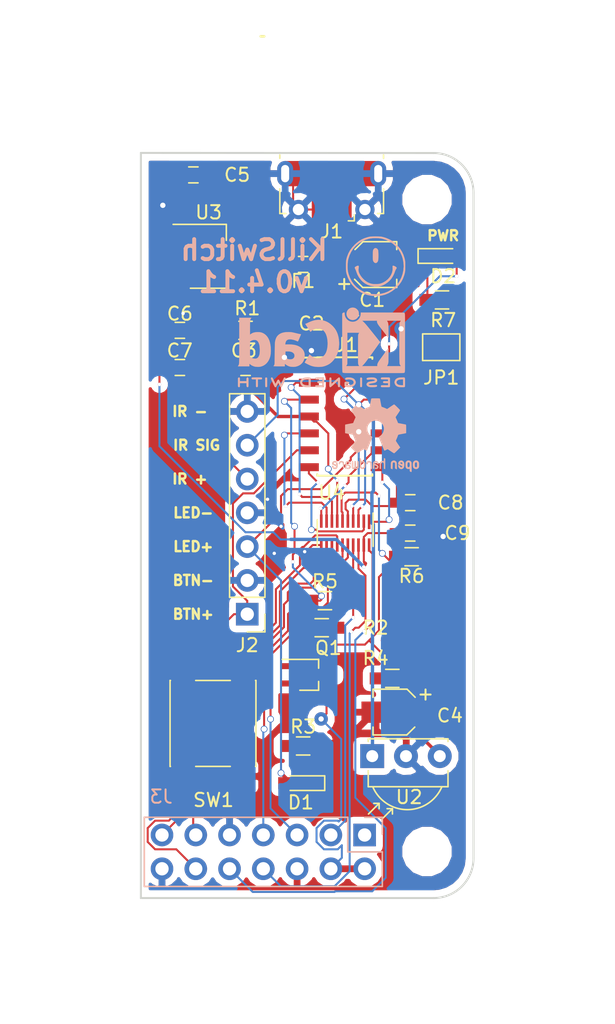
<source format=kicad_pcb>
(kicad_pcb (version 20171130) (host pcbnew 5.0.2-bee76a0~70~ubuntu14.04.1)
  (title_block (title "KillSwitch on ATTiny84") (date 2019-03-17) (rev 0.4.11) (company "Dana Hynes") (comment 1 "Copyright (c) 2019 ") (comment 2 "All rights reserved") (comment 3 "Licensed under the WTFPL v2"))
  (layers (0 F.Cu signal hide) (31 B.Cu signal hide) (34 B.Paste user) (35 F.Paste user) (36 B.SilkS user) (37 F.SilkS user) (38 B.Mask user) (39 F.Mask user) (44 Edge.Cuts user))
  (net 0 "")
  (net 1 GND)
  (net 2 "Net-(D1-Pad1)")
  (net 3 +5V)
  (net 4 "Net-(Q1-Pad1)")
  (net 5 "Net-(C1-Pad1)")
  (net 6 VOUT)
  (net 7 LED)
  (net 8 BTN)
  (net 9 "Net-(C4-Pad1)")
  (net 10 "Net-(R5-Pad1)")
  (net 11 RST_A)
  (net 12 +3V3)
  (net 13 FB_P)
  (net 14 TR_P)
  (net 15 RST_P)
  (net 16 RX_P)
  (net 17 TX_P)
  (net 18 MOSI_P)
  (net 19 MISO_P)
  (net 20 SCK_P)
  (net 21 "Net-(R6-Pad2)")
  (net 22 MISO_A)
  (net 23 MOSI_A)
  (net 24 RX_A)
  (net 25 TX_A)
  (net 26 SCK_A)
  (net 27 TR_A)
  (net 28 FB_A)
  (net 29 IR)
  (net 30 "Net-(D2-Pad1)")
  (net 31 "Net-(JP1-Pad1)")
  (module Jumper:SolderJumper-2_P1.3mm_Bridged2Bar_Pad1.0x1.5mm (layer F.Cu) (at 157.572 83.598 180)
    (fp_text reference JP1 (at 0 -2.286 180) (layer F.SilkS))
    (fp_text value Jumper_NO_Small)
    (pad 1 smd rect (at -0.65 0 180) (size 1 1.5) (layers F.Cu F.Mask) (net 31 "Net-(JP1-Pad1)"))
    (pad 2 smd rect (at 0.65 0 180) (size 1 1.5) (layers F.Cu F.Mask) (net 1 GND))
  )
  (module Housings_SON:USON-20_2x4mm_Pitch0.4mm (layer F.Cu) (at 150.348 97.568 270)
    (fp_text reference U4 (at -3.048 1.016) (layer F.SilkS))
    (fp_text value TXB0108DQSR)
    (pad 20 smd rect (at 0.9 -1.8 180) (size 0.2 1) (layers F.Cu F.Paste F.Mask) (net 17 TX_P))
    (pad 19 smd rect (at 0.9 -1.4 180) (size 0.2 1) (layers F.Cu F.Paste F.Mask) (net 12 +3V3))
    (pad 18 smd rect (at 0.9 -1 180) (size 0.2 1) (layers F.Cu F.Paste F.Mask) (net 16 RX_P))
    (pad 17 smd rect (at 0.9 -0.6 180) (size 0.2 1) (layers F.Cu F.Paste F.Mask) (net 13 FB_P))
    (pad 16 smd rect (at 0.9 -0.2 180) (size 0.2 1) (layers F.Cu F.Paste F.Mask) (net 14 TR_P))
    (pad 15 smd rect (at 0.9 0.2 180) (size 0.2 1) (layers F.Cu F.Paste F.Mask) (net 15 RST_P))
    (pad 14 smd rect (at 0.9 0.6 180) (size 0.2 1) (layers F.Cu F.Paste F.Mask) (net 19 MISO_P))
    (pad 13 smd rect (at 0.9 1 180) (size 0.2 1) (layers F.Cu F.Paste F.Mask) (net 18 MOSI_P))
    (pad 12 smd rect (at 0.9 1.4 180) (size 0.2 1) (layers F.Cu F.Paste F.Mask) (net 20 SCK_P))
    (pad 11 smd rect (at 0.9 1.8 180) (size 0.2 1) (layers F.Cu F.Paste F.Mask) (net 1 GND))
    (pad 10 smd rect (at -0.9 1.8 180) (size 0.2 1) (layers F.Cu F.Paste F.Mask) (net 26 SCK_A))
    (pad 9 smd rect (at -0.9 1.4 180) (size 0.2 1) (layers F.Cu F.Paste F.Mask) (net 23 MOSI_A))
    (pad 8 smd rect (at -0.9 1 180) (size 0.2 1) (layers F.Cu F.Paste F.Mask) (net 22 MISO_A))
    (pad 7 smd rect (at -0.9 0.6 180) (size 0.2 1) (layers F.Cu F.Paste F.Mask) (net 11 RST_A))
    (pad 6 smd rect (at -0.9 0.2 180) (size 0.2 1) (layers F.Cu F.Paste F.Mask) (net 21 "Net-(R6-Pad2)"))
    (pad 5 smd rect (at -0.9 -0.2 180) (size 0.2 1) (layers F.Cu F.Paste F.Mask) (net 3 +5V))
    (pad 4 smd rect (at -0.9 -0.6 180) (size 0.2 1) (layers F.Cu F.Paste F.Mask) (net 27 TR_A))
    (pad 3 smd rect (at -0.9 -1 180) (size 0.2 1) (layers F.Cu F.Paste F.Mask) (net 28 FB_A))
    (pad 2 smd rect (at -0.9 -1.4 180) (size 0.2 1) (layers F.Cu F.Paste F.Mask) (net 24 RX_A))
    (pad 1 smd rect (at -0.85 -1.8 180) (size 0.2 1.1) (layers F.Cu F.Paste F.Mask) (net 25 TX_A))
  )
  (module Housings_SOIC:SOIC-14_3.9x8.7mm_Pitch1.27mm (layer F.Cu) (at 150.315 88.805)
    (fp_text reference U1 (at 0 -5.375) (layer F.SilkS))
    (fp_text value ATTINY84-20SSU)
    (pad 14 smd rect (at 2.7 -3.81) (size 1.5 0.6) (layers F.Cu F.Paste F.Mask) (net 3 +5V))
    (pad 13 smd rect (at 2.7 -2.54) (size 1.5 0.6) (layers F.Cu F.Paste F.Mask) (net 28 FB_A))
    (pad 12 smd rect (at 2.7 -1.27) (size 1.5 0.6) (layers F.Cu F.Paste F.Mask) (net 29 IR))
    (pad 11 smd rect (at 2.7 0) (size 1.5 0.6) (layers F.Cu F.Paste F.Mask) (net 27 TR_A))
    (pad 10 smd rect (at 2.7 1.27) (size 1.5 0.6) (layers F.Cu F.Paste F.Mask) (net 7 LED))
    (pad 9 smd rect (at 2.7 2.54) (size 1.5 0.6) (layers F.Cu F.Paste F.Mask) (net 26 SCK_A))
    (pad 8 smd rect (at 2.7 3.81) (size 1.5 0.6) (layers F.Cu F.Paste F.Mask) (net 25 TX_A))
    (pad 7 smd rect (at -2.7 3.81) (size 1.5 0.6) (layers F.Cu F.Paste F.Mask) (net 24 RX_A))
    (pad 6 smd rect (at -2.7 2.54) (size 1.5 0.6) (layers F.Cu F.Paste F.Mask) (net 8 BTN))
    (pad 5 smd rect (at -2.7 1.27) (size 1.5 0.6) (layers F.Cu F.Paste F.Mask) (net 23 MOSI_A))
    (pad 4 smd rect (at -2.7 0) (size 1.5 0.6) (layers F.Cu F.Paste F.Mask) (net 11 RST_A))
    (pad 3 smd rect (at -2.7 -1.27) (size 1.5 0.6) (layers F.Cu F.Paste F.Mask) (net 10 "Net-(R5-Pad1)"))
    (pad 2 smd rect (at -2.7 -2.54) (size 1.5 0.6) (layers F.Cu F.Paste F.Mask) (net 22 MISO_A))
    (pad 1 smd rect (at -2.7 -3.81) (size 1.5 0.6) (layers F.Cu F.Paste F.Mask) (net 1 GND))
  )
  (module Mounting_Holes:MountingHole_2.7mm (layer F.Cu) (at 156.5 72.5)
    (fp_text reference "" (at 0 -3.7) (layer F.SilkS))
    (fp_text value MountingHole_2.7mm)
    (pad 1 np_thru_hole circle (at 0 0) (size 2.7 2.7) (drill 2.7) (layers *.Cu *.Mask))
  )
  (module Mounting_Holes:MountingHole_2.7mm (layer F.Cu) (at 156.5 121.5)
    (fp_text reference "" (at 0 -3.7) (layer F.SilkS))
    (fp_text value MountingHole_2.7mm)
    (pad 1 np_thru_hole circle (at 0 0) (size 2.7 2.7) (drill 2.7) (layers *.Cu *.Mask))
  )
  (module Buttons_Switches_SMD:SW_SPST_PTS645 (layer F.Cu) (at 140.406 111.876 270)
    (fp_text reference SW1 (at 5.758 -0.036) (layer F.SilkS))
    (fp_text value SW_Push)
    (pad 2 smd rect (at 3.98 2.25 270) (size 1.55 1.3) (layers F.Cu F.Paste F.Mask) (net 8 BTN))
    (pad 1 smd rect (at 3.98 -2.25 270) (size 1.55 1.3) (layers F.Cu F.Paste F.Mask) (net 1 GND))
    (pad 1 smd rect (at -3.98 -2.25 270) (size 1.55 1.3) (layers F.Cu F.Paste F.Mask) (net 1 GND))
    (pad 2 smd rect (at -3.98 2.25 270) (size 1.55 1.3) (layers F.Cu F.Paste F.Mask) (net 8 BTN))
  )
  (module Socket_Strips:Socket_Strip_Straight_2x07_Pitch2.54mm (layer B.Cu) (at 151.81 120.26 90)
    (fp_text reference J3 (at 2.88 -15.305 180) (layer B.SilkS) (effects (justify mirror)))
    (fp_text value PI)
    (pad 14 thru_hole oval (at -2.54 -15.24 90) (size 1.7 1.7) (drill 1) (layers *.Cu *.Mask) (net 1 GND))
    (pad 13 thru_hole oval (at 0 -15.24 90) (size 1.7 1.7) (drill 1) (layers *.Cu *.Mask) (net 20 SCK_P))
    (pad 12 thru_hole oval (at -2.54 -12.7 90) (size 1.7 1.7) (drill 1) (layers *.Cu *.Mask) (net 19 MISO_P))
    (pad 11 thru_hole oval (at 0 -12.7 90) (size 1.7 1.7) (drill 1) (layers *.Cu *.Mask) (net 18 MOSI_P))
    (pad 10 thru_hole oval (at -2.54 -10.16 90) (size 1.7 1.7) (drill 1) (layers *.Cu *.Mask) (net 17 TX_P))
    (pad 9 thru_hole oval (at 0 -10.16 90) (size 1.7 1.7) (drill 1) (layers *.Cu *.Mask) (net 1 GND))
    (pad 8 thru_hole oval (at -2.54 -7.62 90) (size 1.7 1.7) (drill 1) (layers *.Cu *.Mask) (net 16 RX_P))
    (pad 7 thru_hole oval (at 0 -7.62 90) (size 1.7 1.7) (drill 1) (layers *.Cu *.Mask) (net 15 RST_P))
    (pad 6 thru_hole oval (at -2.54 -5.08 90) (size 1.7 1.7) (drill 1) (layers *.Cu *.Mask) (net 1 GND))
    (pad 5 thru_hole oval (at 0 -5.08 90) (size 1.7 1.7) (drill 1) (layers *.Cu *.Mask) (net 14 TR_P))
    (pad 4 thru_hole oval (at -2.54 -2.54 90) (size 1.7 1.7) (drill 1) (layers *.Cu *.Mask) (net 6 VOUT))
    (pad 3 thru_hole oval (at 0 -2.54 90) (size 1.7 1.7) (drill 1) (layers *.Cu *.Mask) (net 13 FB_P))
    (pad 2 thru_hole oval (at -2.54 0 90) (size 1.7 1.7) (drill 1) (layers *.Cu *.Mask) (net 6 VOUT))
    (pad 1 thru_hole rect (at 0 0 90) (size 1.7 1.7) (drill 1) (layers *.Cu *.Mask))
  )
  (module TO_SOT_Packages_SMD:SOT-323_SC-70_Handsoldering (layer F.Cu) (at 147.614 108.221)
    (fp_text reference Q1 (at 1.464 -2.017) (layer F.SilkS))
    (fp_text value Q_PMOS_GSD)
    (pad 3 smd rect (at 1.33 0 270) (size 0.45 1.5) (layers F.Cu F.Paste F.Mask) (net 6 VOUT))
    (pad 2 smd rect (at -1.33 0.65 270) (size 0.45 1.5) (layers F.Cu F.Paste F.Mask) (net 3 +5V))
    (pad 1 smd rect (at -1.33 -0.65 270) (size 0.45 1.5) (layers F.Cu F.Paste F.Mask) (net 4 "Net-(Q1-Pad1)"))
  )
  (module TO_SOT_Packages_SMD:SOT-89-3_Handsoldering (layer F.Cu) (at 139.628 76.764)
    (fp_text reference U3 (at 0.45 -3.3) (layer F.SilkS))
    (fp_text value AZ1117-3.3)
    (pad 2 smd trapezoid (at -0.37 0 90) (size 1.5 0.75) (rect_delta 0 0.5) (layers F.Cu F.Paste F.Mask) (net 12 +3V3))
    (pad 2 smd rect (at 1.98 0 270) (size 2 4) (layers F.Cu F.Paste F.Mask) (net 12 +3V3))
    (pad 3 smd rect (at -1.98 1.5 270) (size 1 2.5) (layers F.Cu F.Paste F.Mask) (net 3 +5V))
    (pad 2 smd rect (at -1.98 0 270) (size 1 2.5) (layers F.Cu F.Paste F.Mask) (net 12 +3V3))
    (pad 1 smd rect (at -1.98 -1.5 270) (size 1 2.5) (layers F.Cu F.Paste F.Mask) (net 1 GND))
  )
  (module Capacitors_SMD:CP_Elec_3x5.3 (layer F.Cu) (at 152.495 77.375)
    (fp_text reference C1 (at -0.115 2.667) (layer F.SilkS))
    (fp_text value 10uF)
    (fp_text user + (at -2.22 1.4) (layer F.SilkS))
    (pad 1 smd rect (at -1.5 0) (size 2.2 1.6) (layers F.Cu F.Paste F.Mask) (net 5 "Net-(C1-Pad1)"))
    (pad 2 smd rect (at 1.5 0) (size 2.2 1.6) (layers F.Cu F.Paste F.Mask) (net 1 GND))
  )
  (module Capacitors_SMD:C_0603_HandSoldering (layer F.Cu) (at 150.995 81.82)
    (fp_text reference C2 (at -3.187 0) (layer F.SilkS))
    (fp_text value 10nF)
    (pad 1 smd rect (at -0.95 0) (size 1.2 0.75) (layers F.Cu F.Paste F.Mask) (net 3 +5V))
    (pad 2 smd rect (at 0.95 0) (size 1.2 0.75) (layers F.Cu F.Paste F.Mask) (net 1 GND))
  )
  (module Capacitors_SMD:C_0603_HandSoldering (layer F.Cu) (at 142.855 85.122)
    (fp_text reference C3 (at -0.127 -1.27) (layer F.SilkS))
    (fp_text value 10nF)
    (pad 2 smd rect (at 0.95 0) (size 1.2 0.75) (layers F.Cu F.Paste F.Mask) (net 1 GND))
    (pad 1 smd rect (at -0.95 0) (size 1.2 0.75) (layers F.Cu F.Paste F.Mask) (net 11 RST_A))
  )
  (module Capacitors_SMD:CP_Elec_3x5.3 (layer F.Cu) (at 154.17 111.03 180)
    (fp_text reference C4 (at -4.052 -0.254 180) (layer F.SilkS))
    (fp_text value 100uf)
    (fp_text user + (at -2.22 1.4 180) (layer F.SilkS))
    (pad 2 smd rect (at 1.5 0 180) (size 2.2 1.6) (layers F.Cu F.Paste F.Mask) (net 1 GND))
    (pad 1 smd rect (at -1.5 0 180) (size 2.2 1.6) (layers F.Cu F.Paste F.Mask) (net 9 "Net-(C4-Pad1)"))
  )
  (module Capacitors_SMD:C_0603_HandSoldering (layer F.Cu) (at 138.93 70.644 180)
    (fp_text reference C5 (at -3.29 0 180) (layer F.SilkS))
    (fp_text value 10uF)
    (pad 2 smd rect (at 0.95 0 180) (size 1.2 0.75) (layers F.Cu F.Paste F.Mask) (net 1 GND))
    (pad 1 smd rect (at -0.95 0 180) (size 1.2 0.75) (layers F.Cu F.Paste F.Mask) (net 3 +5V))
  )
  (module Capacitors_SMD:C_0603_HandSoldering (layer F.Cu) (at 137.914 82.328)
    (fp_text reference C6 (at 0 -1.25) (layer F.SilkS))
    (fp_text value 22uF)
    (pad 1 smd rect (at -0.95 0) (size 1.2 0.75) (layers F.Cu F.Paste F.Mask) (net 12 +3V3))
    (pad 2 smd rect (at 0.95 0) (size 1.2 0.75) (layers F.Cu F.Paste F.Mask) (net 1 GND))
  )
  (module Capacitors_SMD:C_0603_HandSoldering (layer F.Cu) (at 137.914 85.122)
    (fp_text reference C7 (at -0.012 -1.27) (layer F.SilkS))
    (fp_text value 0.1uF)
    (pad 2 smd rect (at 0.95 0) (size 1.2 0.75) (layers F.Cu F.Paste F.Mask) (net 1 GND))
    (pad 1 smd rect (at -0.95 0) (size 1.2 0.75) (layers F.Cu F.Paste F.Mask) (net 12 +3V3))
  )
  (module Capacitors_SMD:C_0603_HandSoldering (layer F.Cu) (at 155.24 95.282)
    (fp_text reference C8 (at 3.036 0) (layer F.SilkS))
    (fp_text value 0.1uf)
    (pad 1 smd rect (at -0.95 0) (size 1.2 0.75) (layers F.Cu F.Paste F.Mask) (net 3 +5V))
    (pad 2 smd rect (at 0.95 0) (size 1.2 0.75) (layers F.Cu F.Paste F.Mask) (net 1 GND))
  )
  (module Capacitors_SMD:C_0603_HandSoldering (layer F.Cu) (at 155.24 97.568)
    (fp_text reference C9 (at 3.556 0) (layer F.SilkS))
    (fp_text value 0.1uF)
    (pad 2 smd rect (at 0.95 0) (size 1.2 0.75) (layers F.Cu F.Paste F.Mask) (net 1 GND))
    (pad 1 smd rect (at -0.95 0) (size 1.2 0.75) (layers F.Cu F.Paste F.Mask) (net 12 +3V3))
  )
  (module LEDs:LED_0603_HandSoldering (layer F.Cu) (at 147.008 116.364 180)
    (fp_text reference D1 (at 0 -1.45 180) (layer F.SilkS))
    (fp_text value LED)
    (pad 1 smd rect (at -1.1 0 180) (size 1.2 0.9) (layers F.Cu F.Paste F.Mask) (net 2 "Net-(D1-Pad1)"))
    (pad 2 smd rect (at 1.1 0 180) (size 1.2 0.9) (layers F.Cu F.Paste F.Mask) (net 7 LED))
  )
  (module Capacitors_SMD:C_0603_HandSoldering (layer F.Cu) (at 147.185 77.375 180)
    (fp_text reference F1 (at 0 -1.25 180) (layer F.SilkS))
    (fp_text value 1A)
    (pad 1 smd rect (at -0.95 0 180) (size 1.2 0.75) (layers F.Cu F.Paste F.Mask) (net 5 "Net-(C1-Pad1)"))
    (pad 2 smd rect (at 0.95 0 180) (size 1.2 0.75) (layers F.Cu F.Paste F.Mask) (net 3 +5V))
  )
  (module Resistors_SMD:R_0603_HandSoldering (layer F.Cu) (at 142.855 82.328 180)
    (fp_text reference R1 (at -0.127 1.651 180) (layer F.SilkS))
    (fp_text value 4.7K)
    (pad 2 smd rect (at 1.1 0 180) (size 1.2 0.9) (layers F.Cu F.Paste F.Mask) (net 11 RST_A))
    (pad 1 smd rect (at -1.1 0 180) (size 1.2 0.9) (layers F.Cu F.Paste F.Mask) (net 3 +5V))
  )
  (module Resistors_SMD:R_0603_HandSoldering (layer F.Cu) (at 148.582 104.68)
    (fp_text reference R2 (at 4.052 0) (layer F.SilkS))
    (fp_text value 50K)
    (pad 2 smd rect (at 1.1 0) (size 1.2 0.9) (layers F.Cu F.Paste F.Mask) (net 4 "Net-(Q1-Pad1)"))
    (pad 1 smd rect (at -1.1 0) (size 1.2 0.9) (layers F.Cu F.Paste F.Mask) (net 3 +5V))
  )
  (module Resistors_SMD:R_0603_HandSoldering (layer F.Cu) (at 147.185 113.57)
    (fp_text reference R3 (at 0 -1.45) (layer F.SilkS))
    (fp_text value 1K)
    (pad 2 smd rect (at 1.1 0) (size 1.2 0.9) (layers F.Cu F.Paste F.Mask) (net 1 GND))
    (pad 1 smd rect (at -1.1 0) (size 1.2 0.9) (layers F.Cu F.Paste F.Mask) (net 2 "Net-(D1-Pad1)"))
  )
  (module Resistors_SMD:R_0603_HandSoldering (layer F.Cu) (at 153.892 108.49 180)
    (fp_text reference R4 (at 1.258 1.524 180) (layer F.SilkS))
    (fp_text value 100)
    (pad 1 smd rect (at -1.1 0 180) (size 1.2 0.9) (layers F.Cu F.Paste F.Mask) (net 3 +5V))
    (pad 2 smd rect (at 1.1 0 180) (size 1.2 0.9) (layers F.Cu F.Paste F.Mask) (net 9 "Net-(C4-Pad1)"))
  )
  (module Resistors_SMD:R_0603_HandSoldering (layer F.Cu) (at 148.824 102.648)
    (fp_text reference R5 (at 0 -1.45) (layer F.SilkS))
    (fp_text value 1K)
    (pad 1 smd rect (at -1.1 0) (size 1.2 0.9) (layers F.Cu F.Paste F.Mask) (net 10 "Net-(R5-Pad1)"))
    (pad 2 smd rect (at 1.1 0) (size 1.2 0.9) (layers F.Cu F.Paste F.Mask) (net 4 "Net-(Q1-Pad1)"))
  )
  (module Resistors_SMD:R_0603_HandSoldering (layer F.Cu) (at 155.344 99.346 180)
    (fp_text reference R6 (at 0 -1.45 180) (layer F.SilkS))
    (fp_text value 10k)
    (pad 1 smd rect (at -1.1 0 180) (size 1.2 0.9) (layers F.Cu F.Paste F.Mask) (net 3 +5V))
    (pad 2 smd rect (at 1.1 0 180) (size 1.2 0.9) (layers F.Cu F.Paste F.Mask) (net 21 "Net-(R6-Pad2)"))
  )
  (module Connectors_USB:USB_Micro-B_Molex-105017-0001 (layer F.Cu) (at 149.332 70.898 180)
    (fp_text reference J1 (at 0 -4 180) (layer F.SilkS))
    (fp_text value PWR_IN)
    (pad 6 smd rect (at 1 0.35 180) (size 1.5 1.9) (layers F.Cu F.Paste F.Mask) (net 1 GND))
    (pad 6 thru_hole circle (at -2.5 -2.35 180) (size 1.45 1.45) (drill 0.85) (layers *.Cu *.Mask) (net 1 GND))
    (pad 2 smd rect (at -0.65 -2.35 180) (size 0.4 1.35) (layers F.Cu F.Paste F.Mask))
    (pad 1 smd rect (at -1.3 -2.35 180) (size 0.4 1.35) (layers F.Cu F.Paste F.Mask) (net 5 "Net-(C1-Pad1)"))
    (pad 5 smd rect (at 1.3 -2.35 180) (size 0.4 1.35) (layers F.Cu F.Paste F.Mask) (net 1 GND))
    (pad 4 smd rect (at 0.65 -2.35 180) (size 0.4 1.35) (layers F.Cu F.Paste F.Mask) (net 1 GND))
    (pad 3 smd rect (at 0 -2.35 180) (size 0.4 1.35) (layers F.Cu F.Paste F.Mask))
    (pad 6 thru_hole circle (at 2.5 -2.35 180) (size 1.45 1.45) (drill 0.85) (layers *.Cu *.Mask) (net 1 GND))
    (pad 6 smd rect (at -1 0.35 180) (size 1.5 1.9) (layers F.Cu F.Paste F.Mask) (net 1 GND))
    (pad 6 thru_hole oval (at -3.5 0.35) (size 1.2 1.9) (drill oval 0.6 1.3) (layers *.Cu *.Mask) (net 1 GND))
    (pad 6 thru_hole oval (at 3.5 0.35 180) (size 1.2 1.9) (drill oval 0.6 1.3) (layers *.Cu *.Mask) (net 1 GND))
    (pad 6 smd rect (at 2.9 0.35 180) (size 1.2 1.9) (layers F.Cu F.Mask) (net 1 GND))
    (pad 6 smd rect (at -2.9 0.35 180) (size 1.2 1.9) (layers F.Cu F.Mask) (net 1 GND))
  )
  (module Opto-Devices:IRReceiver_Vishay_MOLD-3pin (layer F.Cu) (at 152.38 114.332)
    (fp_text reference U2 (at 2.774 3.08 180) (layer F.SilkS))
    (fp_text value TSDP341xx)
    (pad 3 thru_hole circle (at 5.08 0) (size 1.8 1.8) (drill 0.9) (layers *.Cu *.Mask) (net 9 "Net-(C4-Pad1)"))
    (pad 2 thru_hole circle (at 2.54 0) (size 1.8 1.8) (drill 0.9) (layers *.Cu *.Mask) (net 1 GND))
    (pad 1 thru_hole rect (at 0 0) (size 1.8 1.8) (drill 0.9) (layers *.Cu *.Mask) (net 29 IR))
  )
  (module Pin_Headers:Pin_Header_Straight_1x07_Pitch2.54mm (layer F.Cu) (at 142.982 103.664 180)
    (fp_text reference J2 (at 0 -2.33 180) (layer F.SilkS))
    (fp_text value REMOTE)
    (pad 1 thru_hole rect (at 0 0 180) (size 1.7 1.7) (drill 1) (layers *.Cu *.Mask) (net 8 BTN))
    (pad 2 thru_hole oval (at 0 2.54 180) (size 1.7 1.7) (drill 1) (layers *.Cu *.Mask) (net 1 GND))
    (pad 3 thru_hole oval (at 0 5.08 180) (size 1.7 1.7) (drill 1) (layers *.Cu *.Mask) (net 7 LED))
    (pad 4 thru_hole oval (at 0 7.62 180) (size 1.7 1.7) (drill 1) (layers *.Cu *.Mask) (net 1 GND))
    (pad 5 thru_hole oval (at 0 10.16 180) (size 1.7 1.7) (drill 1) (layers *.Cu *.Mask) (net 3 +5V))
    (pad 6 thru_hole oval (at 0 12.7 180) (size 1.7 1.7) (drill 1) (layers *.Cu *.Mask) (net 29 IR))
    (pad 7 thru_hole oval (at 0 15.24 180) (size 1.7 1.7) (drill 1) (layers *.Cu *.Mask) (net 1 GND))
  )
  (module LEDs:LED_0603_HandSoldering (layer F.Cu) (at 157.63 76.74)
    (fp_text reference D2 (at 0.084 1.524 -180) (layer F.SilkS))
    (fp_text value LED)
    (pad 1 smd rect (at -1.1 0) (size 1.2 0.9) (layers F.Cu F.Paste F.Mask) (net 30 "Net-(D2-Pad1)"))
    (pad 2 smd rect (at 1.1 0) (size 1.2 0.9) (layers F.Cu F.Paste F.Mask) (net 3 +5V))
  )
  (module Resistors_SMD:R_0603_HandSoldering (layer F.Cu) (at 157.63 80.042)
    (fp_text reference R7 (at 0.084 1.524 -180) (layer F.SilkS))
    (fp_text value 1K)
    (pad 1 smd rect (at -1.1 0) (size 1.2 0.9) (layers F.Cu F.Paste F.Mask) (net 30 "Net-(D2-Pad1)"))
    (pad 2 smd rect (at 1.1 0) (size 1.2 0.9) (layers F.Cu F.Paste F.Mask) (net 31 "Net-(JP1-Pad1)"))
  )
  (module Symbols:KiCad-Logo2_6mm_SilkScreen (layer B.Cu) (at 148.57 83.598 180)
    (fp_text reference REF*** hide)
    (fp_text value KiCad-Logo2_6mm_SilkScreen hide)
  )
  (module Symbols:OSHW-Logo2_7.3x6mm_SilkScreen (layer B.Cu) (at 152.634 90.202 180)
    (fp_text reference REF*** hide)
    (fp_text value OSHW-Logo2_7.3x6mm_SilkScreen hide)
  )
  (module DH_Logo:DH_Logo (layer B.Cu) (at 152.634 77.502 180)
    (fp_text reference "" hide)
    (fp_text value "" hide)
  )
  (gr_line (start 144.252 60.23) (end 143.998 60.23) (layer F.SilkS) (width 0.2))
  (gr_text PWR (at 157.714 75.216) (layer F.SilkS) (effects (font (size 0.75 0.75) (thickness 0.1875))))
  (gr_text "IR +" (at 138.664 93.504) (layer F.SilkS) (effects (font (size 0.75 0.75) (thickness 0.1875))))
  (gr_text "IR SIG" (at 139.172 90.964) (layer F.SilkS) (effects (font (size 0.75 0.75) (thickness 0.1875))))
  (gr_text "IR -" (at 138.664 88.424) (layer F.SilkS) (effects (font (size 0.75 0.75) (thickness 0.1875))))
  (gr_text "KillSwitch\nv0.4.11" (at 143.49 77.502) (layer B.SilkS) (effects (font (size 1.5 1.5) (thickness 0.3)) (justify mirror)))
  (gr_text BTN- (at 138.918 101.124) (layer F.SilkS) (effects (font (size 0.75 0.75) (thickness 0.1875))))
  (gr_line (start 134.981 125) (end 134.981 68.993) (layer Edge.Cuts) (width 0.15))
  (gr_line (start 140.315 125) (end 134.981 125) (layer Edge.Cuts) (width 0.15))
  (gr_text BTN+ (at 138.918 103.664) (layer F.SilkS) (effects (font (size 0.75 0.75) (thickness 0.1875))))
  (gr_text LED+ (at 138.918 98.584) (layer F.SilkS) (effects (font (size 0.75 0.75) (thickness 0.1875))))
  (gr_text LED- (at 138.918 96.044) (layer F.SilkS) (effects (font (size 0.75 0.75) (thickness 0.1875))))
  (gr_arc (start 157 72) (end 157 69) (angle 90) (layer Edge.Cuts) (width 0.15))
  (gr_arc (start 157 122) (end 160 122) (angle 90) (layer Edge.Cuts) (width 0.15))
  (gr_line (start 157 125) (end 140.35 125) (angle 90) (layer Edge.Cuts) (width 0.15))
  (gr_line (start 160 72) (end 160 122) (angle 90) (layer Edge.Cuts) (width 0.15))
  (gr_line (start 134.981 68.993) (end 157 69) (angle 90) (layer Edge.Cuts) (width 0.15))
  (segment (start 155.936 95.536) (end 155.936 97.302) (width 0.508) (layer F.Cu) (net 1))
  (segment (start 138.18 70.644) (end 138.18 71.527) (width 0.508) (layer F.Cu) (net 1))
  (segment (start 137.648 72.059) (end 138.18 71.527) (width 0.508) (layer F.Cu) (net 1))
  (segment (start 153.245 80.32) (end 153.245 77.375) (width 0.508) (layer F.Cu) (net 1))
  (segment (start 153.42 111.507208) (end 153.42 111.03) (width 0.508) (layer F.Cu) (net 1))
  (segment (start 154.94 113.027208) (end 153.42 111.507208) (width 0.508) (layer F.Cu) (net 1))
  (segment (start 154.94 114.3) (end 154.94 113.027208) (width 0.508) (layer F.Cu) (net 1))
  (segment (start 142.656 115.856) (end 142.656 107.896) (width 0.508) (layer F.Cu) (net 1))
  (segment (start 136.886 73.184) (end 136.632 72.93) (width 0.508) (layer F.Cu) (net 1))
  (segment (start 137.648 73.184) (end 136.886 73.184) (width 0.508) (layer F.Cu) (net 1))
  (via (at 136.632 72.93) (size 1.016) (drill 0.4) (layers F.Cu B.Cu) (net 1))
  (segment (start 137.648 75.264) (end 137.648 73.184) (width 0.508) (layer F.Cu) (net 1))
  (segment (start 137.648 73.184) (end 137.648 72.059) (width 0.508) (layer F.Cu) (net 1))
  (segment (start 151.745 81.82) (end 153.015 80.55) (width 0.508) (layer F.Cu) (net 1))
  (segment (start 153.015 80.55) (end 153.245 80.32) (width 0.508) (layer F.Cu) (net 1))
  (segment (start 147.615 84.045) (end 147.808 83.852) (width 0.254) (layer F.Cu) (net 1))
  (via (at 147.808 83.852) (size 1.016) (drill 0.4) (layers F.Cu B.Cu) (net 1))
  (segment (start 147.615 84.995) (end 147.615 84.045) (width 0.254) (layer F.Cu) (net 1))
  (via (at 145.776 84.36) (size 1.016) (drill 0.4) (layers F.Cu B.Cu) (net 1))
  (segment (start 145.776 84.995) (end 145.776 84.36) (width 0.254) (layer F.Cu) (net 1))
  (segment (start 147.615 84.995) (end 145.776 84.995) (width 0.508) (layer F.Cu) (net 1))
  (segment (start 145.776 84.995) (end 143.605 84.995) (width 0.508) (layer F.Cu) (net 1))
  (segment (start 156.698 97.568) (end 156.952 97.822) (width 0.254) (layer F.Cu) (net 1))
  (via (at 157.714 97.822) (size 1.016) (drill 0.4) (layers F.Cu B.Cu) (net 1))
  (segment (start 147.903366 98.468) (end 147.543683 98.827683) (width 0.15) (layer F.Cu) (net 1))
  (segment (start 148.548 98.468) (end 147.903366 98.468) (width 0.15) (layer F.Cu) (net 1))
  (segment (start 147.935 113.57) (end 147.935 113.37) (width 0.508) (layer F.Cu) (net 1))
  (segment (start 145.521 112.104) (end 142.402 115.223) (width 0.508) (layer F.Cu) (net 1))
  (segment (start 142.656 115.731) (end 142.656 115.856) (width 0.508) (layer F.Cu) (net 1))
  (segment (start 152.512 111.03) (end 150.172 113.37) (width 0.508) (layer F.Cu) (net 1))
  (segment (start 153.42 111.03) (end 152.512 111.03) (width 0.508) (layer F.Cu) (net 1))
  (segment (start 150.172 113.37) (end 147.935 113.37) (width 0.508) (layer F.Cu) (net 1))
  (segment (start 138.664 82.328) (end 138.664 85.122) (width 0.15) (layer F.Cu) (net 1))
  (segment (start 146.432 70.548) (end 148.332 70.548) (width 0.15) (layer F.Cu) (net 1))
  (segment (start 148.332 70.548) (end 150.332 70.548) (width 0.15) (layer F.Cu) (net 1))
  (segment (start 150.332 70.548) (end 152.232 70.548) (width 0.15) (layer F.Cu) (net 1))
  (segment (start 146.432 72.848) (end 146.832 73.248) (width 0.15) (layer F.Cu) (net 1))
  (segment (start 146.432 70.548) (end 146.432 72.848) (width 0.15) (layer F.Cu) (net 1))
  (segment (start 146.832 73.248) (end 148.032 73.248) (width 0.15) (layer F.Cu) (net 1))
  (segment (start 148.032 73.248) (end 148.682 73.248) (width 0.15) (layer F.Cu) (net 1))
  (segment (start 147.535 113.57) (end 148.285 113.57) (width 0.15) (layer F.Cu) (net 1))
  (segment (start 146.069 112.104) (end 147.535 113.57) (width 0.15) (layer F.Cu) (net 1))
  (segment (start 145.521 112.104) (end 146.069 112.104) (width 0.15) (layer F.Cu) (net 1))
  (via (at 147.3 98.965) (size 0.255) (drill 0.254) (layers F.Cu B.Cu) (net 1))
  (segment (start 147.543683 98.827683) (end 147.437317 98.827683) (width 0.1524) (layer F.Cu) (net 1))
  (segment (start 147.437317 98.827683) (end 147.3 98.965) (width 0.1524) (layer F.Cu) (net 1))
  (segment (start 156.952 97.822) (end 157.714 97.822) (width 0.1524) (layer F.Cu) (net 1))
  (segment (start 156.922 83.598) (end 155.936 83.598) (width 0.1524) (layer F.Cu) (net 1))
  (segment (start 155.936 83.598) (end 154.551862 82.213862) (width 0.1524) (layer F.Cu) (net 1))
  (segment (start 153.015 80.55) (end 153.015 80.677) (width 0.254) (layer F.Cu) (net 1))
  (via (at 154.551862 82.213862) (size 1.016) (drill 0.4) (layers F.Cu B.Cu) (net 1))
  (segment (start 153.015 80.677) (end 154.551862 82.213862) (width 0.254) (layer F.Cu) (net 1))
  (via (at 145.014 99.092) (size 0.255) (drill 0.254) (layers F.Cu B.Cu) (net 1))
  (via (at 144.506 95.028) (size 0.255) (drill 0.254) (layers F.Cu B.Cu) (net 1))
  (via (at 145.522 97.06) (size 0.255) (drill 0.254) (layers F.Cu B.Cu) (net 1))
  (via (at 138.156 81.058) (size 0.255) (drill 0.254) (layers F.Cu B.Cu) (net 1))
  (segment (start 146.435 114.991) (end 147.808 116.364) (width 0.254) (layer F.Cu) (net 2))
  (segment (start 146.435 113.57) (end 146.435 114.991) (width 0.254) (layer F.Cu) (net 2))
  (segment (start 143.605 82.455) (end 143.605 80.18) (width 0.508) (layer F.Cu) (net 3))
  (segment (start 146.41 77.375) (end 146.435 77.375) (width 0.508) (layer F.Cu) (net 3))
  (segment (start 144.036999 75.001999) (end 146.41 77.375) (width 0.508) (layer F.Cu) (net 3))
  (segment (start 141.654999 75.001999) (end 144.036999 75.001999) (width 0.508) (layer F.Cu) (net 3))
  (segment (start 139.68 73.027) (end 141.654999 75.001999) (width 0.508) (layer F.Cu) (net 3))
  (segment (start 139.68 70.644) (end 139.68 73.027) (width 0.508) (layer F.Cu) (net 3))
  (segment (start 146.435 77.375) (end 146.435 78.865) (width 0.508) (layer F.Cu) (net 3))
  (segment (start 154.273 84.995) (end 154.527001 85.249001) (width 0.508) (layer F.Cu) (net 3))
  (segment (start 153.015 84.995) (end 154.273 84.995) (width 0.508) (layer F.Cu) (net 3))
  (segment (start 154.527001 85.249001) (end 154.527001 93.25) (width 0.508) (layer F.Cu) (net 3))
  (segment (start 149.39 81.82) (end 150.245 81.82) (width 0.254) (layer F.Cu) (net 3))
  (segment (start 146.435 78.865) (end 149.39 81.82) (width 0.254) (layer F.Cu) (net 3))
  (segment (start 150.245 82.449) (end 150.348 82.552) (width 0.254) (layer F.Cu) (net 3))
  (segment (start 150.245 81.82) (end 150.245 82.449) (width 0.254) (layer F.Cu) (net 3))
  (segment (start 152.565 84.995) (end 153.015 84.995) (width 0.254) (layer F.Cu) (net 3))
  (segment (start 150.348 82.778) (end 152.565 84.995) (width 0.254) (layer F.Cu) (net 3))
  (segment (start 150.348 82.552) (end 150.348 82.778) (width 0.254) (layer F.Cu) (net 3))
  (segment (start 157.928402 99.6) (end 157.968002 99.6396) (width 0.254) (layer F.Cu) (net 3))
  (segment (start 155.936 99.6) (end 157.928402 99.6) (width 0.254) (layer F.Cu) (net 3))
  (segment (start 157.968002 99.6396) (end 157.206 100.401602) (width 0.508) (layer F.Cu) (net 3))
  (segment (start 153.781844 107.278) (end 152.141844 105.638) (width 0.15) (layer F.Cu) (net 3))
  (segment (start 153.781844 107.278) (end 153.846 107.278) (width 0.15) (layer F.Cu) (net 3))
  (segment (start 154.642 108.29) (end 154.642 108.49) (width 0.15) (layer F.Cu) (net 3))
  (segment (start 153.846 107.494) (end 154.642 108.29) (width 0.15) (layer F.Cu) (net 3))
  (segment (start 153.846 107.278) (end 153.846 107.494) (width 0.15) (layer F.Cu) (net 3))
  (segment (start 154.236 93.541001) (end 154.527001 93.25) (width 0.15) (layer F.Cu) (net 3))
  (segment (start 154.236 95.536) (end 154.236 93.541001) (width 0.15) (layer F.Cu) (net 3))
  (segment (start 141.943 78.518) (end 143.605 80.18) (width 0.508) (layer F.Cu) (net 3))
  (segment (start 138.652 78.518) (end 141.943 78.518) (width 0.508) (layer F.Cu) (net 3))
  (segment (start 138.398 78.264) (end 138.652 78.518) (width 0.508) (layer F.Cu) (net 3))
  (segment (start 137.648 78.264) (end 138.398 78.264) (width 0.508) (layer F.Cu) (net 3))
  (segment (start 141.943 78.518) (end 145.268 78.518) (width 0.15) (layer F.Cu) (net 3))
  (segment (start 146.01 77.375) (end 146.235 77.375) (width 0.15) (layer F.Cu) (net 3))
  (segment (start 145.268 78.117) (end 146.01 77.375) (width 0.15) (layer F.Cu) (net 3))
  (segment (start 145.268 78.518) (end 145.268 78.117) (width 0.15) (layer F.Cu) (net 3))
  (segment (start 150.548 95.936924) (end 150.379398 95.768322) (width 0.15) (layer F.Cu) (net 3))
  (segment (start 152.375078 95.536) (end 154.236 95.536) (width 0.15) (layer F.Cu) (net 3))
  (segment (start 150.548 96.668) (end 150.548 95.936924) (width 0.15) (layer F.Cu) (net 3))
  (segment (start 150.379398 95.768322) (end 150.379398 95.303678) (width 0.15) (layer F.Cu) (net 3))
  (segment (start 150.379398 95.303678) (end 150.626078 95.056998) (width 0.15) (layer F.Cu) (net 3))
  (segment (start 150.626078 95.056998) (end 151.896076 95.056998) (width 0.15) (layer F.Cu) (net 3))
  (segment (start 151.896076 95.056998) (end 152.375078 95.536) (width 0.15) (layer F.Cu) (net 3))
  (segment (start 153.356398 100.401602) (end 157.206 100.401602) (width 0.15) (layer F.Cu) (net 3))
  (segment (start 152.888 100.87) (end 153.356398 100.401602) (width 0.15) (layer F.Cu) (net 3))
  (segment (start 152.888 104.891844) (end 152.888 100.87) (width 0.15) (layer F.Cu) (net 3))
  (segment (start 152.141844 105.638) (end 152.888 104.891844) (width 0.15) (layer F.Cu) (net 3))
  (segment (start 147.554 108.126) (end 147.554 105.558) (width 0.15) (layer F.Cu) (net 3))
  (segment (start 146.809 108.871) (end 147.554 108.126) (width 0.15) (layer F.Cu) (net 3))
  (segment (start 146.284 108.871) (end 146.809 108.871) (width 0.15) (layer F.Cu) (net 3))
  (segment (start 147.482 105.486) (end 147.482 104.68) (width 0.1524) (layer F.Cu) (net 3))
  (segment (start 147.554 105.558) (end 147.482 105.486) (width 0.1524) (layer F.Cu) (net 3))
  (segment (start 147.935 104.68) (end 147.482 104.68) (width 0.1524) (layer F.Cu) (net 3))
  (segment (start 149.205 105.95) (end 147.935 104.68) (width 0.1524) (layer F.Cu) (net 3))
  (segment (start 151.829844 105.95) (end 149.205 105.95) (width 0.1524) (layer F.Cu) (net 3))
  (segment (start 152.141844 105.638) (end 151.829844 105.95) (width 0.1524) (layer F.Cu) (net 3))
  (segment (start 137.648 78.9164) (end 139.7562 81.0246) (width 0.1524) (layer F.Cu) (net 3))
  (segment (start 137.648 78.264) (end 137.648 78.9164) (width 0.1524) (layer F.Cu) (net 3))
  (segment (start 158.984 98.623602) (end 157.968002 99.6396) (width 0.508) (layer F.Cu) (net 3))
  (segment (start 158.984 96.437398) (end 158.984 98.623602) (width 0.508) (layer F.Cu) (net 3))
  (segment (start 155.796602 93.25) (end 158.984 96.437398) (width 0.508) (layer F.Cu) (net 3))
  (segment (start 154.527001 93.25) (end 155.796602 93.25) (width 0.508) (layer F.Cu) (net 3))
  (segment (start 153.142 84.868) (end 153.015 84.995) (width 0.1524) (layer F.Cu) (net 3))
  (via (at 158.73 78.264) (size 0.255) (drill 0.254) (layers F.Cu B.Cu) (net 3))
  (segment (start 158.73 76.74) (end 158.73 78.264) (width 0.1524) (layer F.Cu) (net 3))
  (segment (start 158.73 78.264) (end 157.46 78.264) (width 0.1524) (layer B.Cu) (net 3))
  (via (at 153.65 83.344) (size 0.255) (drill 0.254) (layers F.Cu B.Cu) (net 3))
  (segment (start 153.65 82.074) (end 153.65 83.344) (width 0.1524) (layer B.Cu) (net 3))
  (segment (start 157.46 78.264) (end 153.65 82.074) (width 0.1524) (layer B.Cu) (net 3))
  (segment (start 153.65 84.36) (end 153.015 84.995) (width 0.1524) (layer F.Cu) (net 3))
  (segment (start 153.65 83.344) (end 153.65 84.36) (width 0.1524) (layer F.Cu) (net 3))
  (segment (start 139.7562 90.2782) (end 142.982 93.504) (width 0.1524) (layer F.Cu) (net 3))
  (segment (start 139.7562 81.0246) (end 139.7562 90.2782) (width 0.1524) (layer F.Cu) (net 3))
  (segment (start 149.574 104.438) (end 149.332 104.68) (width 0.254) (layer F.Cu) (net 4))
  (segment (start 149.682 102.89) (end 149.924 102.648) (width 0.15) (layer F.Cu) (net 4))
  (segment (start 149.682 104.68) (end 149.682 102.89) (width 0.15) (layer F.Cu) (net 4))
  (segment (start 146.700079 104.002599) (end 148.254599 104.002599) (width 0.15) (layer F.Cu) (net 4))
  (segment (start 146.654599 106.825401) (end 146.654599 104.048079) (width 0.15) (layer F.Cu) (net 4))
  (segment (start 146.284 107.196) (end 146.654599 106.825401) (width 0.15) (layer F.Cu) (net 4))
  (segment (start 146.284 107.571) (end 146.284 107.196) (width 0.15) (layer F.Cu) (net 4))
  (segment (start 148.254599 104.002599) (end 148.932 104.68) (width 0.15) (layer F.Cu) (net 4))
  (segment (start 148.932 104.68) (end 149.682 104.68) (width 0.15) (layer F.Cu) (net 4))
  (segment (start 146.654599 104.048079) (end 146.700079 104.002599) (width 0.15) (layer F.Cu) (net 4))
  (segment (start 151.745 77.375) (end 148.443 77.375) (width 0.508) (layer F.Cu) (net 5))
  (segment (start 148.443 77.375) (end 147.935 77.375) (width 0.508) (layer F.Cu) (net 5))
  (segment (start 150.995 76.425) (end 150.995 77.375) (width 0.15) (layer F.Cu) (net 5))
  (segment (start 150.632 76.062) (end 150.995 76.425) (width 0.15) (layer F.Cu) (net 5))
  (segment (start 150.632 73.248) (end 150.632 76.062) (width 0.15) (layer F.Cu) (net 5))
  (segment (start 149.27 122.8) (end 151.81 122.8) (width 0.508) (layer F.Cu) (net 6))
  (via (at 148.53699 111.538) (size 1.016) (drill 0.4) (layers F.Cu B.Cu) (net 6))
  (segment (start 148.944 111.13099) (end 148.53699 111.538) (width 0.15) (layer F.Cu) (net 6))
  (segment (start 148.944 108.221) (end 148.944 111.13099) (width 0.15) (layer F.Cu) (net 6))
  (segment (start 150.04559 113.0466) (end 148.53699 111.538) (width 0.15) (layer B.Cu) (net 6))
  (segment (start 150.04559 119.056738) (end 150.04559 113.0466) (width 0.15) (layer B.Cu) (net 6))
  (segment (start 149.27 122.8) (end 150.094 121.976) (width 0.15) (layer B.Cu) (net 6))
  (segment (start 149.787153 119.182599) (end 149.853441 119.248887) (width 0.15) (layer B.Cu) (net 6))
  (segment (start 150.094 121.976) (end 150.094 121.030554) (width 0.15) (layer B.Cu) (net 6))
  (segment (start 150.094 121.030554) (end 149.787153 121.337401) (width 0.15) (layer B.Cu) (net 6))
  (segment (start 148.752847 121.337401) (end 148.192599 120.777153) (width 0.15) (layer B.Cu) (net 6))
  (segment (start 149.787153 121.337401) (end 148.752847 121.337401) (width 0.15) (layer B.Cu) (net 6))
  (segment (start 148.192599 120.777153) (end 148.192599 119.742847) (width 0.15) (layer B.Cu) (net 6))
  (segment (start 148.192599 119.742847) (end 148.752847 119.182599) (width 0.15) (layer B.Cu) (net 6))
  (segment (start 148.752847 119.182599) (end 149.787153 119.182599) (width 0.15) (layer B.Cu) (net 6))
  (segment (start 149.853441 119.248887) (end 150.04559 119.056738) (width 0.15) (layer B.Cu) (net 6))
  (via (at 145.522 115.602) (size 0.508) (drill 0.4) (layers F.Cu B.Cu) (net 7))
  (segment (start 146.208 116.288) (end 145.522 115.602) (width 0.254) (layer F.Cu) (net 7))
  (segment (start 146.208 116.364) (end 146.208 116.288) (width 0.254) (layer F.Cu) (net 7))
  (segment (start 153.015 90.075) (end 152.565 90.075) (width 0.1524) (layer F.Cu) (net 7))
  (segment (start 152.565 90.075) (end 150.766399 91.873601) (width 0.1524) (layer F.Cu) (net 7))
  (segment (start 145.522 101.124) (end 142.982 98.584) (width 0.1524) (layer B.Cu) (net 7))
  (segment (start 145.522 115.602) (end 145.522 101.124) (width 0.1524) (layer B.Cu) (net 7))
  (segment (start 150.766399 91.873601) (end 150.766399 92.069601) (width 0.1524) (layer F.Cu) (net 7))
  (segment (start 150.766399 92.069601) (end 148.57 94.266) (width 0.1524) (layer F.Cu) (net 7))
  (segment (start 148.57 94.266) (end 146.03 94.266) (width 0.1524) (layer F.Cu) (net 7))
  (segment (start 146.03 94.266) (end 145.522 94.774) (width 0.1524) (layer F.Cu) (net 7))
  (segment (start 145.522 96.044) (end 142.982 98.584) (width 0.1524) (layer F.Cu) (net 7))
  (segment (start 145.522 94.774) (end 145.522 96.044) (width 0.1524) (layer F.Cu) (net 7))
  (segment (start 138.156 107.896) (end 138.156 115.856) (width 0.254) (layer F.Cu) (net 8))
  (segment (start 141.9796 103.664) (end 142.982 103.664) (width 0.1524) (layer F.Cu) (net 8))
  (segment (start 138.156 107.4876) (end 141.9796 103.664) (width 0.1524) (layer F.Cu) (net 8))
  (segment (start 138.156 107.896) (end 138.156 107.4876) (width 0.1524) (layer F.Cu) (net 8))
  (segment (start 142.982 102.6616) (end 142.982 103.664) (width 0.1524) (layer F.Cu) (net 8))
  (segment (start 141.903399 101.582999) (end 142.982 102.6616) (width 0.1524) (layer F.Cu) (net 8))
  (segment (start 141.903399 95.344601) (end 141.903399 101.582999) (width 0.1524) (layer F.Cu) (net 8))
  (segment (start 142.665399 94.582601) (end 141.903399 95.344601) (width 0.1524) (layer F.Cu) (net 8))
  (segment (start 146.7126 91.345) (end 143.474999 94.582601) (width 0.1524) (layer F.Cu) (net 8))
  (segment (start 143.474999 94.582601) (end 142.665399 94.582601) (width 0.1524) (layer F.Cu) (net 8))
  (segment (start 147.615 91.345) (end 146.7126 91.345) (width 0.1524) (layer F.Cu) (net 8))
  (segment (start 154.92 111.74) (end 154.92 111.03) (width 0.254) (layer F.Cu) (net 9))
  (segment (start 157.48 114.3) (end 154.92 111.74) (width 0.254) (layer F.Cu) (net 9))
  (segment (start 154.895 111.03) (end 154.92 111.03) (width 0.15) (layer F.Cu) (net 9))
  (segment (start 153.142 109.277) (end 154.895 111.03) (width 0.15) (layer F.Cu) (net 9))
  (segment (start 153.142 108.49) (end 153.142 109.277) (width 0.15) (layer F.Cu) (net 9))
  (segment (start 148.065 87.535) (end 148.192 87.662) (width 0.15) (layer F.Cu) (net 10))
  (segment (start 147.615 87.535) (end 148.065 87.535) (width 0.15) (layer F.Cu) (net 10))
  (via (at 145.776 87.662) (size 0.508) (drill 0.4) (layers F.Cu B.Cu) (net 10))
  (segment (start 145.903 87.535) (end 145.776 87.662) (width 0.15) (layer F.Cu) (net 10))
  (segment (start 147.615 87.535) (end 145.903 87.535) (width 0.15) (layer F.Cu) (net 10))
  (segment (start 145.776 87.662) (end 146.284 88.17) (width 0.15) (layer B.Cu) (net 10))
  (via (at 146.538 97.06) (size 0.508) (drill 0.4) (layers F.Cu B.Cu) (net 10))
  (segment (start 146.284 96.806) (end 146.538 97.06) (width 0.15) (layer B.Cu) (net 10))
  (segment (start 146.284 88.17) (end 146.284 96.806) (width 0.15) (layer B.Cu) (net 10))
  (segment (start 148.074 102.648) (end 148.474 102.648) (width 0.15) (layer F.Cu) (net 10))
  (segment (start 148.474 102.648) (end 148.562881 102.559119) (width 0.15) (layer F.Cu) (net 10))
  (via (at 148.562881 102.296488) (size 0.508) (drill 0.4) (layers F.Cu B.Cu) (net 10))
  (segment (start 148.562881 102.559119) (end 148.562881 102.296488) (width 0.15) (layer F.Cu) (net 10))
  (segment (start 146.538 97.06) (end 146.538 99.056245) (width 0.15) (layer F.Cu) (net 10))
  (via (at 146.411 99.727002) (size 0.255) (drill 0.254) (layers F.Cu B.Cu) (net 10))
  (segment (start 146.411 100.144607) (end 146.411 99.727002) (width 0.15) (layer B.Cu) (net 10))
  (segment (start 148.562881 102.296488) (end 146.411 100.144607) (width 0.15) (layer B.Cu) (net 10))
  (segment (start 146.411 99.183245) (end 146.411 99.727002) (width 0.1524) (layer F.Cu) (net 10))
  (segment (start 146.538 99.056245) (end 146.411 99.183245) (width 0.1524) (layer F.Cu) (net 10))
  (segment (start 142.105 85.624) (end 142.105 84.995) (width 0.254) (layer F.Cu) (net 11))
  (segment (start 145.286 88.805) (end 142.105 85.624) (width 0.254) (layer F.Cu) (net 11))
  (segment (start 147.615 88.805) (end 145.286 88.805) (width 0.254) (layer F.Cu) (net 11))
  (segment (start 142.105 84.995) (end 142.105 82.455) (width 0.254) (layer F.Cu) (net 11))
  (via (at 149.078 92.742) (size 0.508) (drill 0.4) (layers F.Cu B.Cu) (net 11))
  (segment (start 147.996 89.186) (end 147.615 88.805) (width 0.15) (layer F.Cu) (net 11))
  (via (at 149.748 93.591616) (size 0.255) (drill 0.254) (layers F.Cu B.Cu) (net 11))
  (segment (start 149.748 96.668) (end 149.748 93.591616) (width 0.15) (layer F.Cu) (net 11))
  (segment (start 148.187482 89.186) (end 149.078 90.076518) (width 0.1524) (layer F.Cu) (net 11))
  (segment (start 147.996 89.186) (end 148.187482 89.186) (width 0.1524) (layer F.Cu) (net 11))
  (segment (start 149.078 90.076518) (end 149.078 91.472) (width 0.1524) (layer F.Cu) (net 11))
  (segment (start 149.078 91.472) (end 149.078 92.742) (width 0.1524) (layer F.Cu) (net 11))
  (segment (start 149.078 92.921616) (end 149.748 93.591616) (width 0.1524) (layer B.Cu) (net 11))
  (segment (start 149.078 92.742) (end 149.078 92.921616) (width 0.1524) (layer B.Cu) (net 11))
  (segment (start 137.648 76.764) (end 141.608 76.764) (width 0.254) (layer F.Cu) (net 12))
  (segment (start 135.762999 77.145001) (end 135.762999 79.427999) (width 0.254) (layer F.Cu) (net 12))
  (segment (start 136.144 76.764) (end 135.762999 77.145001) (width 0.254) (layer F.Cu) (net 12))
  (segment (start 137.648 76.764) (end 136.144 76.764) (width 0.254) (layer F.Cu) (net 12))
  (segment (start 151.748 97.862279) (end 151.748 98.468) (width 0.15) (layer F.Cu) (net 12))
  (segment (start 154.17 97.568) (end 152.042279 97.568) (width 0.15) (layer F.Cu) (net 12))
  (segment (start 152.042279 97.568) (end 151.748 97.862279) (width 0.15) (layer F.Cu) (net 12))
  (segment (start 151.748 98.468) (end 151.748 99.73) (width 0.15) (layer F.Cu) (net 12))
  (segment (start 151.872499 99.980501) (end 151.745 100.108) (width 0.15) (layer F.Cu) (net 12))
  (segment (start 151.833574 99.815574) (end 151.871501 99.853501) (width 0.254) (layer F.Cu) (net 12))
  (segment (start 151.748 99.73) (end 151.871501 99.853501) (width 0.15) (layer F.Cu) (net 12))
  (via (at 151.745 100.108) (size 0.255) (drill 0.254) (layers F.Cu B.Cu) (net 12))
  (segment (start 151.872499 99.854499) (end 151.872499 99.980501) (width 0.15) (layer F.Cu) (net 12))
  (segment (start 149.679682 98.042682) (end 151.745 100.108) (width 0.254) (layer B.Cu) (net 12))
  (segment (start 146.260864 98.042682) (end 149.679682 98.042682) (width 0.254) (layer B.Cu) (net 12))
  (segment (start 151.871501 99.853501) (end 151.872499 99.854499) (width 0.15) (layer F.Cu) (net 12))
  (segment (start 136.964 82.8554) (end 137.0384 82.9298) (width 0.1524) (layer F.Cu) (net 12))
  (segment (start 136.964 82.328) (end 136.964 82.8554) (width 0.1524) (layer F.Cu) (net 12))
  (segment (start 136.964 80.629) (end 136.964 82.328) (width 0.1524) (layer F.Cu) (net 12))
  (segment (start 135.762999 79.427999) (end 136.964 80.629) (width 0.1524) (layer F.Cu) (net 12))
  (segment (start 136.964 82.328) (end 136.964 85.122) (width 0.1524) (layer F.Cu) (net 12))
  (segment (start 136.378 85.708) (end 136.964 85.122) (width 0.1524) (layer F.Cu) (net 12))
  (segment (start 136.378 90.78233) (end 136.378 86.392) (width 0.1524) (layer B.Cu) (net 12))
  (segment (start 146.260864 98.042682) (end 145.488682 98.042682) (width 0.1524) (layer B.Cu) (net 12))
  (via (at 136.378 86.392) (size 0.255) (drill 0.254) (layers F.Cu B.Cu) (net 12))
  (segment (start 136.378 86.392) (end 136.378 85.708) (width 0.1524) (layer F.Cu) (net 12))
  (segment (start 136.378 91.03633) (end 136.378 90.78233) (width 0.1524) (layer B.Cu) (net 12))
  (segment (start 142.847069 97.505399) (end 136.378 91.03633) (width 0.1524) (layer B.Cu) (net 12))
  (segment (start 144.951399 97.505399) (end 142.847069 97.505399) (width 0.1524) (layer B.Cu) (net 12))
  (segment (start 145.488682 98.042682) (end 144.951399 97.505399) (width 0.1524) (layer B.Cu) (net 12))
  (segment (start 150.948 98.468) (end 150.948 103.918) (width 0.15) (layer F.Cu) (net 13))
  (segment (start 150.948 103.918) (end 150.948 103.959184) (width 0.15) (layer F.Cu) (net 13))
  (segment (start 150.348 119.182) (end 149.27 120.26) (width 0.15) (layer B.Cu) (net 13))
  (segment (start 150.348 104.518) (end 150.348 119.182) (width 0.15) (layer B.Cu) (net 13))
  (segment (start 150.948 103.918) (end 150.348 104.518) (width 0.15) (layer B.Cu) (net 13))
  (via (at 150.948 103.918) (size 0.255) (drill 0.254) (layers F.Cu B.Cu) (net 13))
  (segment (start 144.73341 118.26341) (end 144.73341 111.551929) (width 0.15) (layer B.Cu) (net 14))
  (via (at 144.73341 111.551929) (size 0.508) (drill 0.4) (layers F.Cu B.Cu) (net 14))
  (segment (start 146.792 120.322) (end 144.73341 118.26341) (width 0.15) (layer B.Cu) (net 14))
  (segment (start 144.73341 106.73859) (end 144.73341 111.551929) (width 0.1524) (layer F.Cu) (net 14))
  (segment (start 145.397967 106.074033) (end 144.73341 106.73859) (width 0.1524) (layer F.Cu) (net 14))
  (segment (start 150.548 98.468) (end 150.548 99.406789) (width 0.15) (layer F.Cu) (net 14))
  (segment (start 149.044282 102.78704) (end 148.131134 103.700188) (width 0.15) (layer F.Cu) (net 14))
  (segment (start 146.352188 105.119812) (end 145.397967 106.074033) (width 0.15) (layer F.Cu) (net 14))
  (segment (start 149.044282 100.910507) (end 149.044282 102.78704) (width 0.15) (layer F.Cu) (net 14))
  (segment (start 148.131134 103.700188) (end 146.574817 103.700188) (width 0.15) (layer F.Cu) (net 14))
  (segment (start 146.574817 103.700188) (end 146.352188 103.922817) (width 0.15) (layer F.Cu) (net 14))
  (segment (start 150.548 99.406789) (end 149.044282 100.910507) (width 0.15) (layer F.Cu) (net 14))
  (segment (start 146.352188 103.922817) (end 146.352188 105.119812) (width 0.15) (layer F.Cu) (net 14))
  (via (at 144.2496 112.300002) (size 0.508) (drill 0.4) (layers F.Cu B.Cu) (net 15))
  (segment (start 144.19 120.26) (end 144.19 112.359602) (width 0.15) (layer B.Cu) (net 15))
  (segment (start 144.19 112.359602) (end 144.2496 112.300002) (width 0.15) (layer B.Cu) (net 15))
  (segment (start 150.148 98.468) (end 150.148 99.379117) (width 0.15) (layer F.Cu) (net 15))
  (segment (start 150.148 99.379117) (end 147.858928 101.668189) (width 0.15) (layer F.Cu) (net 15))
  (segment (start 146.594189 101.890817) (end 146.594189 102.303581) (width 0.15) (layer F.Cu) (net 15))
  (segment (start 147.858928 101.668189) (end 146.816816 101.66819) (width 0.15) (layer F.Cu) (net 15))
  (segment (start 144.428602 106.456768) (end 144.2496 106.63577) (width 0.15) (layer F.Cu) (net 15))
  (segment (start 144.2496 106.63577) (end 144.2496 111.940792) (width 0.15) (layer F.Cu) (net 15))
  (segment (start 144.2496 111.940792) (end 144.2496 112.300002) (width 0.15) (layer F.Cu) (net 15))
  (segment (start 146.816816 101.66819) (end 146.594189 101.890817) (width 0.15) (layer F.Cu) (net 15))
  (segment (start 144.428602 106.456768) (end 144.507232 106.456768) (width 0.1524) (layer F.Cu) (net 15))
  (segment (start 146.048577 104.915423) (end 146.048577 103.645423) (width 0.1524) (layer F.Cu) (net 15))
  (segment (start 144.507232 106.456768) (end 146.048577 104.915423) (width 0.1524) (layer F.Cu) (net 15))
  (segment (start 146.048577 103.645423) (end 146.594189 103.099811) (width 0.1524) (layer F.Cu) (net 15))
  (segment (start 146.594189 103.099811) (end 146.594189 102.303581) (width 0.1524) (layer F.Cu) (net 15))
  (segment (start 150.856 104.934) (end 150.809989 104.980011) (width 0.15) (layer B.Cu) (net 16))
  (via (at 150.809989 104.980011) (size 0.255) (drill 0.254) (layers F.Cu B.Cu) (net 16))
  (segment (start 145.039999 123.649999) (end 144.19 122.8) (width 0.15) (layer B.Cu) (net 16))
  (segment (start 145.501 124.111) (end 145.039999 123.649999) (width 0.15) (layer B.Cu) (net 16))
  (segment (start 149.553554 124.111) (end 145.501 124.111) (width 0.15) (layer B.Cu) (net 16))
  (segment (start 150.68249 122.982064) (end 149.553554 124.111) (width 0.15) (layer B.Cu) (net 16))
  (segment (start 150.68249 105.10751) (end 150.68249 122.982064) (width 0.15) (layer B.Cu) (net 16))
  (segment (start 150.809989 104.980011) (end 150.68249 105.10751) (width 0.15) (layer B.Cu) (net 16))
  (segment (start 151.363999 104.680001) (end 151.109999 104.680001) (width 0.15) (layer F.Cu) (net 16))
  (segment (start 151.348 100.236256) (end 151.872 100.760256) (width 0.15) (layer F.Cu) (net 16))
  (segment (start 151.872 104.172) (end 151.363999 104.680001) (width 0.15) (layer F.Cu) (net 16))
  (segment (start 151.348 98.468) (end 151.348 100.236256) (width 0.15) (layer F.Cu) (net 16))
  (segment (start 151.109999 104.680001) (end 150.856 104.934) (width 0.15) (layer F.Cu) (net 16))
  (segment (start 151.872 100.760256) (end 151.872 104.172) (width 0.15) (layer F.Cu) (net 16))
  (segment (start 152.398 104.323423) (end 151.764534 104.956889) (width 0.15) (layer F.Cu) (net 17))
  (segment (start 152.398 99.118) (end 152.398 104.323423) (width 0.15) (layer F.Cu) (net 17))
  (segment (start 152.148 98.868) (end 152.398 99.118) (width 0.15) (layer F.Cu) (net 17))
  (segment (start 152.148 98.468) (end 152.148 98.868) (width 0.15) (layer F.Cu) (net 17))
  (via (at 151.764534 104.956889) (size 0.255) (drill 0.254) (layers F.Cu B.Cu) (net 17))
  (segment (start 151.11 105.611423) (end 151.764534 104.956889) (width 0.15) (layer B.Cu) (net 17))
  (segment (start 149.551816 124.540411) (end 149.600227 124.492) (width 0.15) (layer B.Cu) (net 17))
  (segment (start 149.600227 124.492) (end 152.38 124.492) (width 0.15) (layer B.Cu) (net 17))
  (segment (start 153.396 119.740998) (end 151.11 117.454998) (width 0.15) (layer B.Cu) (net 17))
  (segment (start 151.11 117.454998) (end 151.11 105.611423) (width 0.15) (layer B.Cu) (net 17))
  (segment (start 153.396 123.476) (end 153.396 119.740998) (width 0.15) (layer B.Cu) (net 17))
  (segment (start 143.390411 124.540411) (end 149.551816 124.540411) (width 0.15) (layer B.Cu) (net 17))
  (segment (start 141.65 122.8) (end 143.390411 124.540411) (width 0.15) (layer B.Cu) (net 17))
  (segment (start 152.38 124.492) (end 153.396 123.476) (width 0.15) (layer B.Cu) (net 17))
  (segment (start 146.691056 101.36458) (end 147.733167 101.36458) (width 0.1524) (layer F.Cu) (net 18))
  (segment (start 145.743766 104.637514) (end 145.743766 102.923476) (width 0.1524) (layer F.Cu) (net 18))
  (segment (start 147.733167 101.36458) (end 147.9794 101.118347) (width 0.1524) (layer F.Cu) (net 18))
  (segment (start 143.488881 106.892399) (end 145.743766 104.637514) (width 0.1524) (layer F.Cu) (net 18))
  (segment (start 139.426001 109.289517) (end 141.823119 106.892399) (width 0.1524) (layer F.Cu) (net 18))
  (segment (start 139.426001 114.434637) (end 139.426001 109.289517) (width 0.1524) (layer F.Cu) (net 18))
  (segment (start 139.63942 114.648056) (end 139.426001 114.434637) (width 0.1524) (layer F.Cu) (net 18))
  (segment (start 139.639421 117.063941) (end 139.63942 114.648056) (width 0.1524) (layer F.Cu) (net 18))
  (segment (start 141.823119 106.892399) (end 143.488881 106.892399) (width 0.1524) (layer F.Cu) (net 18))
  (segment (start 139.22161 117.481754) (end 139.639421 117.063941) (width 0.1524) (layer F.Cu) (net 18))
  (segment (start 138.918 118.208794) (end 139.22161 117.905184) (width 0.1524) (layer F.Cu) (net 18))
  (segment (start 147.9794 100.489) (end 149.348 99.1204) (width 0.1524) (layer F.Cu) (net 18))
  (segment (start 139.22161 117.905184) (end 139.22161 117.481754) (width 0.1524) (layer F.Cu) (net 18))
  (segment (start 138.918 120.068) (end 138.918 118.208794) (width 0.1524) (layer F.Cu) (net 18))
  (segment (start 139.11 120.26) (end 138.918 120.068) (width 0.1524) (layer F.Cu) (net 18))
  (segment (start 145.743766 102.923476) (end 146.03 102.637242) (width 0.1524) (layer F.Cu) (net 18))
  (segment (start 146.03 102.637242) (end 146.03 102.025636) (width 0.1524) (layer F.Cu) (net 18))
  (segment (start 147.9794 101.118347) (end 147.9794 100.489) (width 0.1524) (layer F.Cu) (net 18))
  (segment (start 149.348 99.1204) (end 149.348 98.468) (width 0.1524) (layer F.Cu) (net 18))
  (segment (start 146.03 102.025636) (end 146.691056 101.36458) (width 0.1524) (layer F.Cu) (net 18))
  (segment (start 148.095031 97.740599) (end 147.225531 98.610099) (width 0.15) (layer F.Cu) (net 19))
  (segment (start 147.225531 98.610099) (end 147.129647 98.610099) (width 0.15) (layer F.Cu) (net 19))
  (segment (start 146.945099 98.794647) (end 146.945099 99.978439) (width 0.15) (layer F.Cu) (net 19))
  (segment (start 149.748 98.468) (end 149.748 97.818) (width 0.15) (layer F.Cu) (net 19))
  (segment (start 147.129647 98.610099) (end 146.945099 98.794647) (width 0.15) (layer F.Cu) (net 19))
  (segment (start 149.670599 97.740599) (end 148.095031 97.740599) (width 0.15) (layer F.Cu) (net 19))
  (segment (start 149.748 97.818) (end 149.670599 97.740599) (width 0.15) (layer F.Cu) (net 19))
  (segment (start 140.973538 105.95) (end 143.49 105.95) (width 0.1524) (layer F.Cu) (net 19))
  (segment (start 145.134145 104.305855) (end 145.134145 101.789393) (width 0.1524) (layer F.Cu) (net 19))
  (segment (start 143.49 105.95) (end 145.134145 104.305855) (width 0.1524) (layer F.Cu) (net 19))
  (segment (start 139.581979 107.341559) (end 140.973538 105.95) (width 0.1524) (layer F.Cu) (net 19))
  (segment (start 145.134145 101.789393) (end 146.945099 99.978439) (width 0.1524) (layer F.Cu) (net 19))
  (segment (start 138.81998 114.685658) (end 139.033401 114.899079) (width 0.15) (layer F.Cu) (net 19))
  (segment (start 137.087153 119.182599) (end 136.052847 119.182599) (width 0.15) (layer F.Cu) (net 19))
  (segment (start 139.033401 107.890137) (end 139.033401 108.825075) (width 0.15) (layer F.Cu) (net 19))
  (segment (start 139.033401 116.812921) (end 138.615589 117.230733) (width 0.15) (layer F.Cu) (net 19))
  (segment (start 138.260001 121.950001) (end 139.11 122.8) (width 0.15) (layer F.Cu) (net 19))
  (segment (start 136.052847 119.182599) (end 135.492599 119.742847) (width 0.15) (layer F.Cu) (net 19))
  (segment (start 139.581979 107.341559) (end 139.033401 107.890137) (width 0.15) (layer F.Cu) (net 19))
  (segment (start 138.615589 117.654163) (end 137.087153 119.182599) (width 0.15) (layer F.Cu) (net 19))
  (segment (start 136.052847 121.337401) (end 137.647401 121.337401) (width 0.15) (layer F.Cu) (net 19))
  (segment (start 135.492599 120.777153) (end 136.052847 121.337401) (width 0.15) (layer F.Cu) (net 19))
  (segment (start 139.033401 108.825075) (end 138.81998 109.038497) (width 0.15) (layer F.Cu) (net 19))
  (segment (start 138.615589 117.230733) (end 138.615589 117.654163) (width 0.15) (layer F.Cu) (net 19))
  (segment (start 139.033401 114.899079) (end 139.033401 116.812921) (width 0.15) (layer F.Cu) (net 19))
  (segment (start 138.81998 109.038497) (end 138.81998 114.685658) (width 0.15) (layer F.Cu) (net 19))
  (segment (start 135.492599 119.742847) (end 135.492599 120.777153) (width 0.15) (layer F.Cu) (net 19))
  (segment (start 137.647401 121.337401) (end 138.260001 121.950001) (width 0.15) (layer F.Cu) (net 19))
  (segment (start 148.948 99.077322) (end 148.948 98.468) (width 0.15) (layer F.Cu) (net 20))
  (segment (start 147.839933 100.185389) (end 148.948 99.077322) (width 0.15) (layer F.Cu) (net 20))
  (segment (start 147.206199 100.185389) (end 147.839933 100.185389) (width 0.15) (layer F.Cu) (net 20))
  (segment (start 146.564799 100.826789) (end 147.206199 100.185389) (width 0.1524) (layer F.Cu) (net 20))
  (segment (start 145.438956 101.952632) (end 146.564799 100.826789) (width 0.1524) (layer F.Cu) (net 20))
  (segment (start 143.49 106.458) (end 145.438956 104.509044) (width 0.1524) (layer F.Cu) (net 20))
  (segment (start 141.826451 106.458) (end 143.49 106.458) (width 0.1524) (layer F.Cu) (net 20))
  (segment (start 139.88439 107.507198) (end 140.777253 107.507198) (width 0.1524) (layer F.Cu) (net 20))
  (segment (start 145.438956 104.509044) (end 145.438956 101.952632) (width 0.1524) (layer F.Cu) (net 20))
  (segment (start 140.777253 107.507198) (end 141.826451 106.458) (width 0.1524) (layer F.Cu) (net 20))
  (segment (start 138.614389 118.083035) (end 138.917999 117.779425) (width 0.15) (layer F.Cu) (net 20))
  (segment (start 136.57 120.26) (end 138.614389 118.215611) (width 0.15) (layer F.Cu) (net 20))
  (segment (start 139.88439 108.401758) (end 139.88439 107.507198) (width 0.15) (layer F.Cu) (net 20))
  (segment (start 138.614389 118.215611) (end 138.614389 118.083035) (width 0.15) (layer F.Cu) (net 20))
  (segment (start 139.335811 116.938183) (end 139.33581 114.773816) (width 0.15) (layer F.Cu) (net 20))
  (segment (start 139.33581 114.773816) (end 139.12239 114.560396) (width 0.15) (layer F.Cu) (net 20))
  (segment (start 139.12239 109.163758) (end 139.88439 108.401758) (width 0.15) (layer F.Cu) (net 20))
  (segment (start 138.917999 117.355995) (end 139.335811 116.938183) (width 0.15) (layer F.Cu) (net 20))
  (segment (start 139.12239 114.560396) (end 139.12239 109.163758) (width 0.15) (layer F.Cu) (net 20))
  (segment (start 138.917999 117.779425) (end 138.917999 117.355995) (width 0.15) (layer F.Cu) (net 20))
  (via (at 153.142 99.092) (size 0.508) (drill 0.4) (layers F.Cu B.Cu) (net 21))
  (segment (start 153.65 99.6) (end 153.142 99.092) (width 0.15) (layer F.Cu) (net 21))
  (segment (start 154.436 99.6) (end 153.65 99.6) (width 0.15) (layer F.Cu) (net 21))
  (segment (start 153.142 99.092) (end 152.888001 98.838001) (width 0.15) (layer B.Cu) (net 21))
  (segment (start 152.888001 98.838001) (end 152.888 95.13321) (width 0.15) (layer B.Cu) (net 21))
  (segment (start 152.888 95.13321) (end 152.888 94.774) (width 0.15) (layer B.Cu) (net 21))
  (via (at 152.888 94.774) (size 0.255) (drill 0.254) (layers F.Cu B.Cu) (net 21))
  (segment (start 150.148 96.018) (end 150.148 96.668) (width 0.15) (layer F.Cu) (net 21))
  (segment (start 150.076987 95.946987) (end 150.148 96.018) (width 0.15) (layer F.Cu) (net 21))
  (segment (start 150.076987 94.791013) (end 150.076987 95.946987) (width 0.15) (layer F.Cu) (net 21))
  (segment (start 150.347999 94.520001) (end 150.076987 94.791013) (width 0.15) (layer F.Cu) (net 21))
  (segment (start 152.634001 94.520001) (end 150.347999 94.520001) (width 0.15) (layer F.Cu) (net 21))
  (segment (start 152.888 94.774) (end 152.634001 94.520001) (width 0.15) (layer F.Cu) (net 21))
  (segment (start 149.023186 94.852589) (end 147.099372 94.852589) (width 0.15) (layer F.Cu) (net 22))
  (segment (start 149.351413 95.180816) (end 149.023186 94.852589) (width 0.15) (layer F.Cu) (net 22))
  (segment (start 149.351413 96.014587) (end 149.351413 95.180816) (width 0.15) (layer F.Cu) (net 22))
  (segment (start 149.348 96.668) (end 149.348 96.018) (width 0.15) (layer F.Cu) (net 22))
  (segment (start 149.348 96.018) (end 149.351413 96.014587) (width 0.15) (layer F.Cu) (net 22))
  (via (at 146.919 94.647) (size 0.255) (drill 0.254) (layers F.Cu B.Cu) (net 22))
  (segment (start 147.099372 94.827372) (end 146.919 94.647) (width 0.1524) (layer F.Cu) (net 22))
  (segment (start 147.099372 94.852589) (end 147.099372 94.827372) (width 0.1524) (layer F.Cu) (net 22))
  (via (at 146.284 86.62061) (size 0.508) (drill 0.4) (layers F.Cu B.Cu) (net 22))
  (segment (start 147.615 86.265) (end 146.63961 86.265) (width 0.15) (layer F.Cu) (net 22))
  (segment (start 146.63961 86.265) (end 146.284 86.62061) (width 0.15) (layer F.Cu) (net 22))
  (segment (start 146.919 87.25561) (end 146.284 86.62061) (width 0.15) (layer B.Cu) (net 22))
  (segment (start 146.919 94.647) (end 146.919 87.25561) (width 0.15) (layer B.Cu) (net 22))
  (via (at 145.776 90.202) (size 0.508) (drill 0.4) (layers F.Cu B.Cu) (net 23))
  (segment (start 145.903 90.075) (end 145.776 90.202) (width 0.15) (layer F.Cu) (net 23))
  (segment (start 147.615 90.075) (end 145.903 90.075) (width 0.15) (layer F.Cu) (net 23))
  (segment (start 148.948 96.018) (end 148.948 96.668) (width 0.15) (layer F.Cu) (net 23))
  (segment (start 148.948 96.018) (end 148.948 95.66) (width 0.1524) (layer F.Cu) (net 23))
  (segment (start 148.57 95.282) (end 148.115076 95.282) (width 0.1524) (layer F.Cu) (net 23))
  (segment (start 148.948 95.66) (end 148.57 95.282) (width 0.1524) (layer F.Cu) (net 23))
  (via (at 145.87811 95.536) (size 0.255) (drill 0.254) (layers F.Cu B.Cu) (net 23))
  (segment (start 148.115076 95.282) (end 146.13211 95.282) (width 0.15) (layer F.Cu) (net 23))
  (segment (start 145.776 90.202) (end 145.776 95.43389) (width 0.15) (layer B.Cu) (net 23))
  (segment (start 146.13211 95.282) (end 146.005609 95.408501) (width 0.15) (layer F.Cu) (net 23))
  (segment (start 146.005609 95.408501) (end 145.87811 95.536) (width 0.15) (layer F.Cu) (net 23))
  (segment (start 145.776 95.43389) (end 145.87811 95.536) (width 0.15) (layer B.Cu) (net 23))
  (via (at 147.808 97.314) (size 0.508) (drill 0.4) (layers F.Cu B.Cu) (net 24))
  (segment (start 147.615 93.08599) (end 148.28701 93.758) (width 0.15) (layer F.Cu) (net 24))
  (segment (start 147.615 92.615) (end 147.615 93.08599) (width 0.15) (layer F.Cu) (net 24))
  (segment (start 147.808 97.314) (end 147.808 94.23701) (width 0.15) (layer B.Cu) (net 24))
  (segment (start 147.808 94.23701) (end 148.28701 93.758) (width 0.15) (layer B.Cu) (net 24))
  (segment (start 151.748 97.318) (end 151.748 96.668) (width 0.15) (layer F.Cu) (net 24))
  (segment (start 151.627812 97.438188) (end 151.748 97.318) (width 0.15) (layer F.Cu) (net 24))
  (segment (start 148.16721 97.314) (end 148.291398 97.438188) (width 0.15) (layer F.Cu) (net 24))
  (segment (start 148.291398 97.438188) (end 151.627812 97.438188) (width 0.15) (layer F.Cu) (net 24))
  (segment (start 147.808 97.314) (end 148.16721 97.314) (width 0.15) (layer F.Cu) (net 24))
  (via (at 148.28701 93.758) (size 0.255) (drill 0.254) (layers F.Cu B.Cu) (net 24))
  (segment (start 153.142 92.742) (end 153.015 92.615) (width 0.15) (layer F.Cu) (net 25))
  (via (at 153.65 96.551994) (size 0.508) (drill 0.4) (layers F.Cu B.Cu) (net 25))
  (segment (start 152.148 96.718) (end 153.483994 96.718) (width 0.15) (layer F.Cu) (net 25))
  (segment (start 153.483994 96.718) (end 153.65 96.551994) (width 0.15) (layer F.Cu) (net 25))
  (segment (start 153.142 93.758) (end 153.65 94.266) (width 0.15) (layer B.Cu) (net 25))
  (segment (start 153.65 94.266) (end 153.65 96.551994) (width 0.15) (layer B.Cu) (net 25))
  (segment (start 153.142 93.758) (end 153.142 92.742) (width 0.15) (layer F.Cu) (net 25))
  (via (at 153.142 93.758) (size 0.255) (drill 0.254) (layers F.Cu B.Cu) (net 25))
  (segment (start 152.565 91.345) (end 153.015 91.345) (width 0.15) (layer F.Cu) (net 26))
  (segment (start 150.601999 93.308001) (end 152.565 91.345) (width 0.15) (layer F.Cu) (net 26))
  (segment (start 150.601999 93.758001) (end 150.601999 93.308001) (width 0.15) (layer F.Cu) (net 26))
  (segment (start 150.348 94.012) (end 150.601999 93.758001) (width 0.15) (layer F.Cu) (net 26))
  (via (at 150.348 94.012) (size 0.255) (drill 0.254) (layers F.Cu B.Cu) (net 26))
  (via (at 148.495079 95.710695) (size 0.255) (drill 0.254) (layers F.Cu B.Cu) (net 26))
  (segment (start 148.548 96.668) (end 148.548 95.763616) (width 0.15) (layer F.Cu) (net 26))
  (segment (start 148.548 95.763616) (end 148.495079 95.710695) (width 0.15) (layer F.Cu) (net 26))
  (segment (start 150.348 94.012) (end 148.649305 95.710695) (width 0.15) (layer B.Cu) (net 26))
  (segment (start 148.649305 95.710695) (end 148.495079 95.710695) (width 0.15) (layer B.Cu) (net 26))
  (segment (start 150.948 96.668) (end 150.948 95.6256) (width 0.15) (layer F.Cu) (net 27))
  (segment (start 150.948 95.6256) (end 150.860808 95.538408) (width 0.15) (layer F.Cu) (net 27))
  (segment (start 150.860808 95.536) (end 150.860808 95.538408) (width 0.15) (layer B.Cu) (net 27))
  (via (at 150.860808 95.536) (size 0.255) (drill 0.254) (layers F.Cu B.Cu) (net 27))
  (via (at 151.364 89.948) (size 0.508) (drill 0.4) (layers F.Cu B.Cu) (net 27))
  (segment (start 152.565 88.805) (end 151.422 89.948) (width 0.15) (layer F.Cu) (net 27))
  (segment (start 151.422 89.948) (end 151.364 89.948) (width 0.15) (layer F.Cu) (net 27))
  (segment (start 153.015 88.805) (end 152.565 88.805) (width 0.15) (layer F.Cu) (net 27))
  (segment (start 151.364 95.032808) (end 151.364 90.455998) (width 0.15) (layer B.Cu) (net 27))
  (segment (start 150.860808 95.536) (end 151.364 95.032808) (width 0.15) (layer B.Cu) (net 27))
  (segment (start 151.364 90.455998) (end 151.364 89.948) (width 0.1524) (layer B.Cu) (net 27))
  (segment (start 151.348 95.823021) (end 151.618 95.553021) (width 0.15) (layer F.Cu) (net 28))
  (segment (start 151.348 96.668) (end 151.348 95.823021) (width 0.15) (layer F.Cu) (net 28))
  (via (at 151.618 95.553021) (size 0.255) (drill 0.254) (layers F.Cu B.Cu) (net 28))
  (via (at 150.260743 87.495257) (size 0.508) (drill 0.4) (layers F.Cu B.Cu) (net 28))
  (segment (start 151.491 86.265) (end 150.260743 87.495257) (width 0.15) (layer F.Cu) (net 28))
  (segment (start 153.015 86.265) (end 151.491 86.265) (width 0.15) (layer F.Cu) (net 28))
  (segment (start 150.514742 87.749256) (end 150.260743 87.495257) (width 0.15) (layer B.Cu) (net 28))
  (segment (start 151.845401 89.079915) (end 150.514742 87.749256) (width 0.15) (layer B.Cu) (net 28))
  (segment (start 151.845401 95.32562) (end 151.845401 89.079915) (width 0.15) (layer B.Cu) (net 28))
  (segment (start 151.618 95.553021) (end 151.845401 95.32562) (width 0.15) (layer B.Cu) (net 28))
  (via (at 151.364 87.916) (size 0.508) (drill 0.4) (layers F.Cu B.Cu) (net 29))
  (segment (start 152.4 105.191882) (end 152.468576 105.123306) (width 0.254) (layer B.Cu) (net 29))
  (segment (start 152.468576 96.91846) (end 152.356998 96.806882) (width 0.254) (layer B.Cu) (net 29))
  (segment (start 152.356998 94.519118) (end 152.468576 94.40754) (width 0.254) (layer B.Cu) (net 29))
  (segment (start 152.468576 89.020576) (end 151.364 87.916) (width 0.254) (layer B.Cu) (net 29))
  (segment (start 152.356998 96.806882) (end 152.356998 94.519118) (width 0.254) (layer B.Cu) (net 29))
  (segment (start 152.468576 105.123306) (end 152.468576 96.91846) (width 0.254) (layer B.Cu) (net 29))
  (segment (start 152.4 114.3) (end 152.4 105.191882) (width 0.254) (layer B.Cu) (net 29))
  (segment (start 152.468576 94.40754) (end 152.468576 89.020576) (width 0.254) (layer B.Cu) (net 29))
  (segment (start 151.364 87.916) (end 149.586 86.138) (width 0.1524) (layer B.Cu) (net 29))
  (segment (start 145.7252 86.138) (end 145.268 86.5952) (width 0.1524) (layer B.Cu) (net 29))
  (segment (start 149.586 86.138) (end 145.7252 86.138) (width 0.1524) (layer B.Cu) (net 29))
  (segment (start 151.745 87.535) (end 151.364 87.916) (width 0.1524) (layer F.Cu) (net 29))
  (segment (start 153.015 87.535) (end 151.745 87.535) (width 0.1524) (layer F.Cu) (net 29))
  (segment (start 145.268 88.678) (end 145.268 87.154) (width 0.1524) (layer B.Cu) (net 29))
  (segment (start 142.982 90.964) (end 145.268 88.678) (width 0.1524) (layer B.Cu) (net 29))
  (segment (start 145.268 87.154) (end 145.268 87.3064) (width 0.1524) (layer B.Cu) (net 29))
  (segment (start 145.268 86.5952) (end 145.268 87.154) (width 0.1524) (layer B.Cu) (net 29))
  (segment (start 156.53 76.74) (end 156.53 80.042) (width 0.1524) (layer F.Cu) (net 30))
  (segment (start 158.73 83.09) (end 158.222 83.598) (width 0.1524) (layer F.Cu) (net 31))
  (segment (start 158.73 80.042) (end 158.73 83.09) (width 0.1524) (layer F.Cu) (net 31))
  (zone (net 1) (net_name GND) (layer B.Cu) (connect_pads (clearance 0.508)) (min_thickness 0.254) (fill yes (arc_segments 16) (thermal_gap 0.508) (thermal_bridge_width 0.508))
    (polygon (pts (xy 135.108 69.12) (xy 160 69.12) (xy 160 125) (xy 135.108 125)))
  )
  (zone (net 1) (net_name GND) (layer F.Cu) (connect_pads (clearance 0.508)) (min_thickness 0.254) (fill yes (arc_segments 16) (thermal_gap 0.508) (thermal_bridge_width 0.508))
    (polygon (pts (xy 134.854 68.866) (xy 160.254 68.866) (xy 160 125) (xy 134.854 125)))
  )
)
</source>
